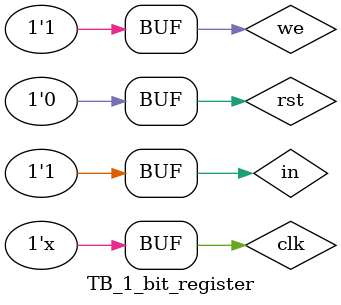
<source format=v>
`timescale 1ns / 1ps


module TB_1_bit_register;

	// Inputs
	reg in;
	reg rst;
	reg clk;
	reg we;

	// Outputs
	wire out;

	// Instantiate the Unit Under Test (UUT)
	one_bit_register uut (
		.in(in), 
		.out(out), 
		.rst(rst), 
		.clk(clk), 
		.we(we)
	);

	initial begin
		// Initialize Inputs
		in = 0;
		rst = 0;
		clk = 0;
		we = 0;

		// Wait 100 ns for global reset to finish
		#100;
        
		// Add stimulus here
in = 1;
		rst = 1;
		clk = 0;
		we = 0;
		#100;
		
		in = 1;
		rst = 0;
		clk = 0;
		we = 1;
		#100;
	end
      always #10clk=~clk;
endmodule


</source>
